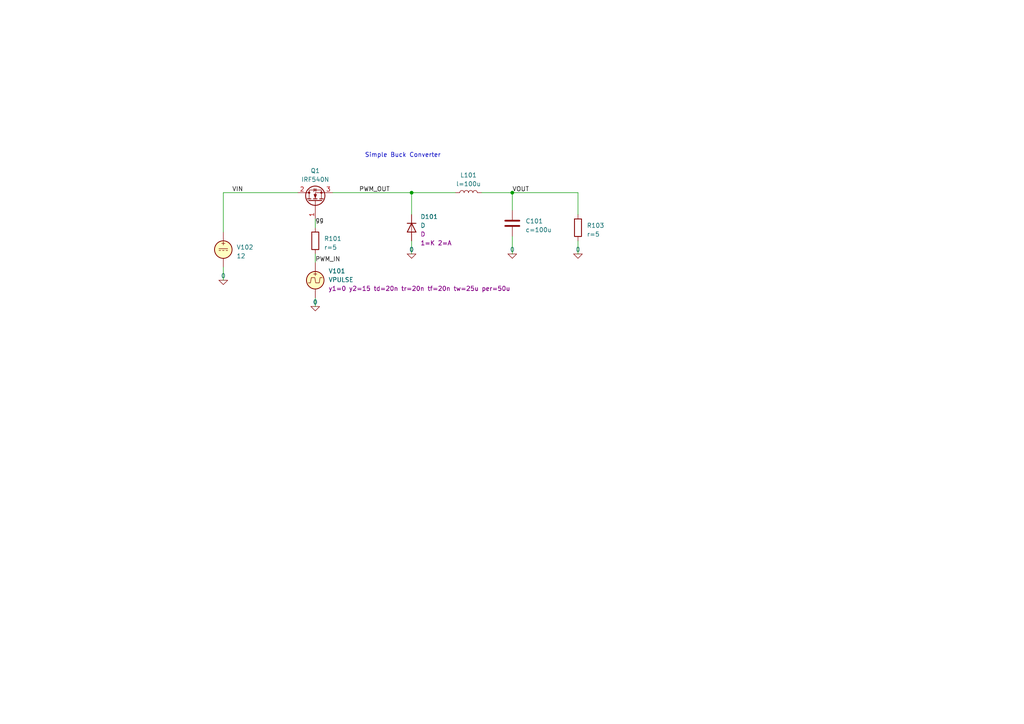
<source format=kicad_sch>
(kicad_sch (version 20231120) (generator "eeschema") (generator_version "8.0")
  (paper "A4")
  (lib_symbols
    (symbol "Device:C" (pin_numbers hide) (pin_names (offset 0.254))
      (property "Reference" "C" (at 0.635 2.54 0))
      (property "Value" "C" (at 0.635 -2.54 0))
      (symbol "C_0_1"
        (polyline (pts (xy -2.032 -0.762) (xy 2.032 -0.762)) (stroke (width 0.508)))
        (polyline (pts (xy -2.032 0.762) (xy 2.032 0.762)) (stroke (width 0.508)))
      )
      (symbol "C_1_1"
        (pin passive line (at 0 3.81 270) (length 2.794) (name "~") (number "1"))
        (pin passive line (at 0 -3.81 90) (length 2.794) (name "~") (number "2"))
      )
    )
    (symbol "Device:L" (pin_numbers hide) (pin_names (offset 1.016) hide)
      (property "Reference" "L" (at -1.27 0 90))
      (property "Value" "L" (at 1.905 0 90))
      (symbol "L_0_1"
        (arc (start 0 -2.54) (mid 0.6323 -1.905) (end 0 -1.27))
        (arc (start 0 -1.27) (mid 0.6323 -0.635) (end 0 0))
        (arc (start 0 0) (mid 0.6323 0.635) (end 0 1.27))
        (arc (start 0 1.27) (mid 0.6323 1.905) (end 0 2.54))
      )
      (symbol "L_1_1"
        (pin passive line (at 0 3.81 270) (length 1.27) (name "1") (number "1"))
        (pin passive line (at 0 -3.81 90) (length 1.27) (name "2") (number "2"))
      )
    )
    (symbol "Device:R" (pin_numbers hide) (pin_names (offset 0))
      (property "Reference" "R" (at 2.032 0 90))
      (property "Value" "R" (at 0 0 90))
      (symbol "R_0_1"
        (rectangle (start -1.016 -2.54) (end 1.016 2.54) (stroke (width 0.254)))
      )
      (symbol "R_1_1"
        (pin passive line (at 0 3.81 270) (length 1.27) (name "~") (number "1"))
        (pin passive line (at 0 -3.81 90) (length 1.27) (name "~") (number "2"))
      )
    )
    (symbol "Simulation_SPICE:0" (power) (pin_names (offset 0))
      (property "Value" "0" (at 0 -1.778 0))
      (symbol "0_0_1"
        (polyline (pts (xy -1.27 0) (xy 0 -1.27) (xy 1.27 0) (xy -1.27 0)))
      )
      (symbol "0_1_1"
        (pin power_in line (at 0 0 0) (length 0) hide (name "0") (number "1"))
      )
    )
    (symbol "Simulation_SPICE:D" (pin_numbers hide) (pin_names (offset 1.016) hide)
      (property "Reference" "D" (at 0 2.54 0))
      (property "Value" "D" (at 0 -2.54 0))
      (property "Sim.Device" "D" (at 0 0 0))
      (property "Sim.Pins" "1=K 2=A" (at 0 0 0))
      (symbol "D_0_1"
        (polyline (pts (xy -1.27 1.27) (xy -1.27 -1.27)) (stroke (width 0.254)))
        (polyline (pts (xy 1.27 0) (xy -1.27 0)))
        (polyline (pts (xy 1.27 1.27) (xy 1.27 -1.27) (xy -1.27 0) (xy 1.27 1.27)) (stroke (width 0.254)))
      )
      (symbol "D_1_1"
        (pin passive line (at -3.81 0 0) (length 2.54) (name "K") (number "1"))
        (pin passive line (at 3.81 0 180) (length 2.54) (name "A") (number "2"))
      )
    )
    (symbol "Simulation_SPICE:VDC" (pin_numbers hide) (pin_names (offset 0.0254))
      (property "Reference" "V" (at 2.54 2.54 0))
      (property "Value" "1" (at 2.54 0 0))
      (symbol "VDC_0_0"
        (polyline (pts (xy -1.27 0.254) (xy 1.27 0.254)))
        (polyline (pts (xy -0.762 -0.254) (xy -1.27 -0.254)))
        (polyline (pts (xy 0.254 -0.254) (xy -0.254 -0.254)))
        (polyline (pts (xy 1.27 -0.254) (xy 0.762 -0.254)))
        (text "+" (at 0 1.905 0) (effects (font (size 1.27 1.27))))
      )
      (symbol "VDC_0_1"
        (circle (center 0 0) (radius 2.54) (stroke (width 0.254)) (fill (type background)))
      )
      (symbol "VDC_1_1"
        (pin passive line (at 0 5.08 270) (length 2.54) (name "~") (number "1"))
        (pin passive line (at 0 -5.08 90) (length 2.54) (name "~") (number "2"))
      )
    )
    (symbol "Simulation_SPICE:VPULSE" (pin_numbers hide) (pin_names (offset 0.0254))
      (property "Reference" "V" (at 2.54 2.54 0))
      (property "Value" "VPULSE" (at 2.54 0 0))
      (property "Sim.Params" "y1=0 y2=1 td=2n tr=2n tf=2n tw=50n per=100n" (at 2.54 -2.54 0))
      (symbol "VPULSE_0_0"
        (polyline (pts (xy -2.032 -0.762) (xy -1.397 -0.762) (xy -1.143 0.762) (xy -0.127 0.762) (xy 0.127 -0.762) (xy 1.143 -0.762) (xy 1.397 0.762) (xy 2.032 0.762)))
        (text "+" (at 0 1.905 0) (effects (font (size 1.27 1.27))))
      )
      (symbol "VPULSE_0_1"
        (circle (center 0 0) (radius 2.54) (stroke (width 0.254)) (fill (type background)))
      )
      (symbol "VPULSE_1_1"
        (pin passive line (at 0 5.08 270) (length 2.54) (name "~") (number "1"))
        (pin passive line (at 0 -5.08 90) (length 2.54) (name "~") (number "2"))
      )
    )
    (symbol "Transistor_FET:IRF540N" (pin_names hide)
      (property "Reference" "Q" (at 6.35 1.905 0))
      (property "Value" "IRF540N" (at 6.35 0 0))
      (symbol "IRF540N_0_1"
        (polyline (pts (xy 0.254 0) (xy -2.54 0)))
        (polyline (pts (xy 0.254 1.905) (xy 0.254 -1.905)) (stroke (width 0.254)))
        (polyline (pts (xy 0.762 -1.27) (xy 0.762 -2.286)) (stroke (width 0.254)))
        (polyline (pts (xy 0.762 0.508) (xy 0.762 -0.508)) (stroke (width 0.254)))
        (polyline (pts (xy 0.762 2.286) (xy 0.762 1.27)) (stroke (width 0.254)))
        (polyline (pts (xy 2.54 2.54) (xy 2.54 1.778)))
        (polyline (pts (xy 2.54 -2.54) (xy 2.54 0) (xy 0.762 0)))
        (polyline (pts (xy 0.762 -1.778) (xy 3.302 -1.778) (xy 3.302 1.778) (xy 0.762 1.778)))
        (polyline (pts (xy 1.016 0) (xy 2.032 0.381) (xy 2.032 -0.381) (xy 1.016 0)) (fill (type outline)))
        (polyline (pts (xy 2.794 0.508) (xy 2.921 0.381) (xy 3.683 0.381) (xy 3.81 0.254)))
        (polyline (pts (xy 3.302 0.381) (xy 2.921 -0.254) (xy 3.683 -0.254) (xy 3.302 0.381)))
        (circle (center 1.651 0) (radius 2.794) (stroke (width 0.254)))
        (circle (center 2.54 -1.778) (radius 0.254) (fill (type outline)))
        (circle (center 2.54 1.778) (radius 0.254) (fill (type outline)))
      )
      (symbol "IRF540N_1_1"
        (pin input line (at -5.08 0 0) (length 2.54) (name "G") (number "1"))
        (pin passive line (at 2.54 5.08 270) (length 2.54) (name "D") (number "2"))
        (pin passive line (at 2.54 -5.08 90) (length 2.54) (name "S") (number "3"))
      )
    )
  )
  (junction (at 119.38 55.88))
  (junction (at 148.59 55.88))
  (wire (pts (xy 139.7 55.88) (xy 148.59 55.88)))
  (wire (pts (xy 96.52 55.88) (xy 119.38 55.88)))
  (wire (pts (xy 148.59 73.66) (xy 148.59 68.58)))
  (wire (pts (xy 64.77 55.88) (xy 86.36 55.88)))
  (wire (pts (xy 91.44 73.66) (xy 91.44 76.2)))
  (wire (pts (xy 119.38 55.88) (xy 119.38 62.23)))
  (wire (pts (xy 91.44 63.5) (xy 91.44 66.04)))
  (wire (pts (xy 119.38 55.88) (xy 132.08 55.88)))
  (wire (pts (xy 167.64 62.23) (xy 167.64 55.88)))
  (wire (pts (xy 167.64 73.66) (xy 167.64 69.85)))
  (wire (pts (xy 64.77 81.28) (xy 64.77 77.47)))
  (wire (pts (xy 148.59 55.88) (xy 148.59 60.96)))
  (wire (pts (xy 64.77 67.31) (xy 64.77 55.88)))
  (wire (pts (xy 167.64 55.88) (xy 148.59 55.88)))
  (wire (pts (xy 119.38 73.66) (xy 119.38 69.85)))
  (wire (pts (xy 91.44 86.36) (xy 91.44 88.9)))
  (text "Simple Buck Converter" (at 116.84 45.085 0) (effects (font (size 1.27 1.27))))
  (label "VIN" (at 67.31 55.88 0))
  (label "gg" (at 91.44 64.77 0))
  (label "PWM_OUT" (at 104.14 55.88 0))
  (label "PWM_IN" (at 91.44 76.2 0))
  (label "VOUT" (at 148.59 55.88 0))
  (symbol (lib_id "Device:C") (at 148.59 64.77 0) (unit 1)
    (property "Reference" "C101" (at 152.4 64.135 0) (effects (justify left)))
    (property "Value" "${SIM.PARAMS}" (at 152.4 66.675 0) (effects (justify left)))
    (property "Sim.Device" "C" (effects (hide yes)))
    (property "Sim.Type" "=" (effects (hide yes)))
    (property "Sim.Params" "c=100u" (effects (hide yes)))
    (property "Sim.Pins" "1=+ 2=-" (effects (hide yes)))
  )
  (symbol (lib_id "Transistor_FET:IRF540N") (at 91.44 58.42 90) (unit 1)
    (property "Reference" "Q1" (at 91.44 49.53 90))
    (property "Value" "IRF540N" (at 91.44 52.07 90))
    (property "Footprint" "Package_TO_SOT_THT:TO-220-3_Vertical" (effects (hide yes)))
    (property "Datasheet" "http://www.irf.com/product-info/datasheets/data/irf540n.pdf" (effects (hide yes)))
    (property "Sim.Library" "IRF-Power-VDMOS.mod" (effects (hide yes)))
    (property "Sim.Name" "IRF540N" (effects (hide yes)))
    (property "Sim.Device" "NMOS" (effects (hide yes)))
    (property "Sim.Type" "VDMOS" (effects (hide yes)))
    (property "Sim.Pins" "1=D 2=G 3=S" (effects (hide yes)))
  )
  (symbol (lib_id "Simulation_SPICE:0") (at 119.38 73.66 0) (unit 1)
    (property "Reference" "#GND0105" (effects (hide yes)))
    (property "Value" "0" (at 119.38 72.39 0))
  )
  (symbol (lib_id "Simulation_SPICE:0") (at 91.44 88.9 0) (unit 1)
    (property "Reference" "#GND0101" (effects (hide yes)))
    (property "Value" "0" (at 91.44 87.63 0))
  )
  (symbol (lib_id "Simulation_SPICE:0") (at 64.77 81.28 0) (unit 1)
    (property "Reference" "#GND0104" (effects (hide yes)))
    (property "Value" "0" (at 64.77 80.01 0))
  )
  (symbol (lib_id "Simulation_SPICE:VDC") (at 64.77 72.39 0) (unit 1)
    (property "Reference" "V102" (at 68.58 71.7192 0) (effects (justify left)))
    (property "Value" "12" (at 68.58 74.2592 0) (effects (justify left)))
    (property "Sim.Pins" "1=+ 2=-" (effects (hide yes)))
    (property "Sim.Type" "DC" (effects (hide yes)))
    (property "Sim.Device" "V" (effects (hide yes)))
  )
  (symbol (lib_id "Simulation_SPICE:0") (at 148.59 73.66 0) (unit 1)
    (property "Reference" "#GND0102" (effects (hide yes)))
    (property "Value" "0" (at 148.59 72.39 0))
  )
  (symbol (lib_id "Simulation_SPICE:D") (at 119.38 66.04 270) (unit 1)
    (property "Reference" "D101" (at 121.92 62.865 90) (effects (justify left)))
    (property "Value" "D" (at 121.92 65.405 90) (effects (justify left)))
    (property "Sim.Device" "D" (at 121.92 67.945 90) (effects (justify left)))
    (property "Sim.Pins" "1=K 2=A" (at 121.92 70.485 90) (effects (justify left)))
  )
  (symbol (lib_id "Device:R") (at 167.64 66.04 0) (unit 1)
    (property "Reference" "R103" (at 170.18 65.405 0) (effects (justify left)))
    (property "Value" "${SIM.PARAMS}" (at 170.18 67.945 0) (effects (justify left)))
    (property "Sim.Device" "R" (effects (hide yes)))
    (property "Sim.Type" "=" (effects (hide yes)))
    (property "Sim.Params" "r=5" (effects (hide yes)))
    (property "Sim.Pins" "1=+ 2=-" (effects (hide yes)))
  )
  (symbol (lib_id "Device:L") (at 135.89 55.88 90) (unit 1)
    (property "Reference" "L101" (at 135.89 50.8 90))
    (property "Value" "${SIM.PARAMS}" (at 135.89 53.34 90))
    (property "Sim.Device" "L" (effects (hide yes)))
    (property "Sim.Type" "=" (effects (hide yes)))
    (property "Sim.Params" "l=100u" (effects (hide yes)))
    (property "Sim.Pins" "1=+ 2=-" (effects (hide yes)))
  )
  (symbol (lib_id "Simulation_SPICE:0") (at 167.64 73.66 0) (unit 1)
    (property "Reference" "#GND0103" (effects (hide yes)))
    (property "Value" "0" (at 167.64 72.39 0))
  )
  (symbol (lib_id "Simulation_SPICE:VPULSE") (at 91.44 81.28 0) (unit 1)
    (property "Reference" "V101" (at 95.25 78.6101 0) (effects (justify left)))
    (property "Value" "VPULSE" (at 95.25 81.1501 0) (effects (justify left)))
    (property "Sim.Pins" "1=+ 2=-" (effects (hide yes)))
    (property "Sim.Type" "PULSE" (effects (hide yes)))
    (property "Sim.Device" "V" (effects (hide yes)))
    (property "Sim.Params" "y1=0 y2=15 td=20n tr=20n tf=20n tw=25u per=50u" (at 95.25 83.6901 0) (effects (justify left)))
  )
  (symbol (lib_id "Device:R") (at 91.44 69.85 0) (unit 1)
    (property "Reference" "R101" (at 93.98 69.215 0) (effects (justify left)))
    (property "Value" "${SIM.PARAMS}" (at 93.98 71.755 0) (effects (justify left)))
    (property "Sim.Device" "R" (effects (hide yes)))
    (property "Sim.Type" "=" (effects (hide yes)))
    (property "Sim.Params" "r=5" (effects (hide yes)))
    (property "Sim.Pins" "1=+ 2=-" (effects (hide yes)))
  )
)
</source>
